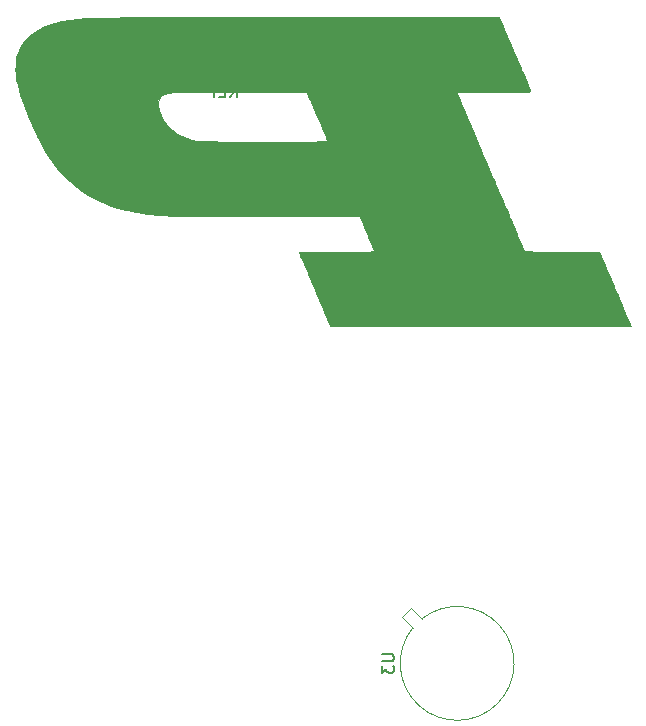
<source format=gbr>
G04 #@! TF.GenerationSoftware,KiCad,Pcbnew,(5.1.2)-1*
G04 #@! TF.CreationDate,2019-09-21T18:25:18-04:00*
G04 #@! TF.ProjectId,VAP_thermal_control,5641505f-7468-4657-926d-616c5f636f6e,rev?*
G04 #@! TF.SameCoordinates,Original*
G04 #@! TF.FileFunction,Legend,Bot*
G04 #@! TF.FilePolarity,Positive*
%FSLAX46Y46*%
G04 Gerber Fmt 4.6, Leading zero omitted, Abs format (unit mm)*
G04 Created by KiCad (PCBNEW (5.1.2)-1) date 2019-09-21 18:25:18*
%MOMM*%
%LPD*%
G04 APERTURE LIST*
%ADD10C,0.010000*%
%ADD11C,0.120000*%
%ADD12C,0.150000*%
G04 APERTURE END LIST*
D10*
G36*
X79352654Y-88548269D02*
G01*
X77724751Y-88548435D01*
X76167515Y-88548851D01*
X74682104Y-88549515D01*
X73269672Y-88550424D01*
X71931373Y-88551575D01*
X70668365Y-88552964D01*
X69481801Y-88554588D01*
X68372837Y-88556446D01*
X67342628Y-88558533D01*
X66392330Y-88560846D01*
X65523098Y-88563384D01*
X64736087Y-88566141D01*
X64032453Y-88569116D01*
X63413350Y-88572306D01*
X62879934Y-88575707D01*
X62433361Y-88579317D01*
X62074785Y-88583132D01*
X61805361Y-88587150D01*
X61626246Y-88591367D01*
X61550026Y-88594789D01*
X60836763Y-88662800D01*
X60142855Y-88761193D01*
X59483816Y-88886758D01*
X58875161Y-89036289D01*
X58332404Y-89206579D01*
X58035432Y-89321329D01*
X57454112Y-89603001D01*
X56954260Y-89925370D01*
X56533172Y-90291099D01*
X56188145Y-90702855D01*
X55916478Y-91163301D01*
X55747114Y-91577423D01*
X55682942Y-91774838D01*
X55638241Y-91940495D01*
X55608715Y-92101591D01*
X55590067Y-92285318D01*
X55578000Y-92518872D01*
X55572477Y-92682873D01*
X55566550Y-92986228D01*
X55571223Y-93230081D01*
X55588759Y-93446916D01*
X55621421Y-93669219D01*
X55652898Y-93837418D01*
X55751113Y-94299854D01*
X55856888Y-94722459D01*
X55979499Y-95137051D01*
X56128225Y-95575448D01*
X56276333Y-95975430D01*
X56656222Y-96938742D01*
X57030221Y-97816603D01*
X57401997Y-98615430D01*
X57775213Y-99341640D01*
X58153536Y-100001650D01*
X58540629Y-100601878D01*
X58940158Y-101148740D01*
X59355788Y-101648653D01*
X59762626Y-102079695D01*
X60337473Y-102615039D01*
X60931163Y-103090954D01*
X61553256Y-103512155D01*
X62213313Y-103883353D01*
X62920894Y-104209262D01*
X63685559Y-104494595D01*
X64516869Y-104744065D01*
X65424385Y-104962384D01*
X65745591Y-105029072D01*
X65966224Y-105072225D01*
X66182282Y-105111942D01*
X66398187Y-105148364D01*
X66618356Y-105181634D01*
X66847209Y-105211894D01*
X67089167Y-105239284D01*
X67348647Y-105263947D01*
X67630071Y-105286024D01*
X67937857Y-105305658D01*
X68276424Y-105322989D01*
X68650193Y-105338161D01*
X69063582Y-105351314D01*
X69521011Y-105362590D01*
X70026900Y-105372132D01*
X70585667Y-105380081D01*
X71201733Y-105386578D01*
X71879517Y-105391766D01*
X72623438Y-105395786D01*
X73437915Y-105398780D01*
X74327369Y-105400889D01*
X75296219Y-105402257D01*
X76348883Y-105403023D01*
X77411889Y-105403322D01*
X84690913Y-105404227D01*
X84785626Y-105623591D01*
X84956076Y-106018610D01*
X85095381Y-106342100D01*
X85209159Y-106607264D01*
X85303030Y-106827304D01*
X85382611Y-107015423D01*
X85453523Y-107184824D01*
X85521382Y-107348709D01*
X85566463Y-107458403D01*
X85657942Y-107677846D01*
X85746335Y-107883500D01*
X85820608Y-108050040D01*
X85864004Y-108141168D01*
X85913423Y-108259222D01*
X85930089Y-108345013D01*
X85926067Y-108361448D01*
X85874512Y-108370609D01*
X85734005Y-108378829D01*
X85507953Y-108386059D01*
X85199764Y-108392252D01*
X84812845Y-108397361D01*
X84350603Y-108401337D01*
X83816446Y-108404134D01*
X83213781Y-108405703D01*
X82734663Y-108406046D01*
X79570822Y-108406046D01*
X79601818Y-108509955D01*
X79634448Y-108598919D01*
X79694292Y-108745152D01*
X79770279Y-108921867D01*
X79797461Y-108983318D01*
X79895206Y-109205814D01*
X80007228Y-109465572D01*
X80112781Y-109714392D01*
X80135380Y-109768409D01*
X80218204Y-109966175D01*
X80325015Y-110219898D01*
X80443574Y-110500572D01*
X80561643Y-110779191D01*
X80593286Y-110853682D01*
X80706743Y-111120867D01*
X80822069Y-111392910D01*
X80927807Y-111642755D01*
X81012498Y-111843342D01*
X81033309Y-111892773D01*
X81092992Y-112033801D01*
X81182609Y-112244410D01*
X81295633Y-112509316D01*
X81425536Y-112813236D01*
X81565793Y-113140888D01*
X81709875Y-113476989D01*
X81713761Y-113486046D01*
X82238823Y-114709864D01*
X94947207Y-114721492D01*
X96024245Y-114722408D01*
X97077030Y-114723168D01*
X98101836Y-114723774D01*
X99094935Y-114724228D01*
X100052600Y-114724532D01*
X100971104Y-114724689D01*
X101846720Y-114724701D01*
X102675720Y-114724569D01*
X103454377Y-114724297D01*
X104178965Y-114723886D01*
X104845756Y-114723338D01*
X105451023Y-114722657D01*
X105991038Y-114721844D01*
X106462075Y-114720901D01*
X106860406Y-114719831D01*
X107182305Y-114718635D01*
X107424043Y-114717317D01*
X107581895Y-114715878D01*
X107652132Y-114714321D01*
X107655591Y-114713873D01*
X107637343Y-114661113D01*
X107582562Y-114524275D01*
X107491195Y-114303230D01*
X107363188Y-113997849D01*
X107198487Y-113608003D01*
X107009463Y-113162773D01*
X106893461Y-112889959D01*
X106773149Y-112606880D01*
X106660857Y-112342556D01*
X106568915Y-112126007D01*
X106548333Y-112077500D01*
X106464319Y-111879795D01*
X106356327Y-111626154D01*
X106236707Y-111345561D01*
X106117809Y-111066998D01*
X106085865Y-110992227D01*
X105960352Y-110698400D01*
X105821864Y-110374029D01*
X105686054Y-110055789D01*
X105568577Y-109780352D01*
X105553641Y-109745318D01*
X105444631Y-109489793D01*
X105331410Y-109224738D01*
X105227596Y-108982013D01*
X105149000Y-108798591D01*
X104990436Y-108429136D01*
X101824117Y-108406046D01*
X101291864Y-108401838D01*
X100787052Y-108397215D01*
X100317218Y-108392286D01*
X99889899Y-108387159D01*
X99512632Y-108381944D01*
X99192956Y-108376751D01*
X98938407Y-108371688D01*
X98756523Y-108366864D01*
X98654841Y-108362389D01*
X98635406Y-108359864D01*
X98609070Y-108309538D01*
X98557231Y-108194005D01*
X98488923Y-108033720D01*
X98451843Y-107944227D01*
X98373800Y-107755987D01*
X98271077Y-107510846D01*
X98155447Y-107236773D01*
X98038684Y-106961732D01*
X98004695Y-106882046D01*
X97879365Y-106588236D01*
X97741242Y-106263884D01*
X97605928Y-105945658D01*
X97489024Y-105670224D01*
X97474155Y-105635136D01*
X97361322Y-105369216D01*
X97227745Y-105055048D01*
X97089027Y-104729295D01*
X96960769Y-104428622D01*
X96943516Y-104388227D01*
X96816724Y-104091195D01*
X96675750Y-103760537D01*
X96536735Y-103434138D01*
X96415822Y-103149884D01*
X96402371Y-103118227D01*
X96286933Y-102846906D01*
X96162458Y-102554982D01*
X96044099Y-102277961D01*
X95949027Y-102056046D01*
X95862443Y-101854044D01*
X95765022Y-101626079D01*
X95652564Y-101362277D01*
X95520868Y-101052766D01*
X95365732Y-100687671D01*
X95182955Y-100257119D01*
X94971545Y-99758803D01*
X94746671Y-99228714D01*
X94653376Y-99008888D01*
X81964662Y-99008888D01*
X81954329Y-99019943D01*
X81928393Y-99029742D01*
X81881929Y-99038359D01*
X81810009Y-99045870D01*
X81707708Y-99052350D01*
X81570099Y-99057873D01*
X81392256Y-99062516D01*
X81169252Y-99066352D01*
X80896160Y-99069458D01*
X80568054Y-99071909D01*
X80180009Y-99073779D01*
X79727096Y-99075144D01*
X79204391Y-99076079D01*
X78606966Y-99076659D01*
X77929895Y-99076959D01*
X77168251Y-99077055D01*
X76684523Y-99077046D01*
X75844967Y-99076841D01*
X75092669Y-99076277D01*
X74422521Y-99075294D01*
X73829418Y-99073832D01*
X73308253Y-99071830D01*
X72853920Y-99069229D01*
X72461314Y-99065970D01*
X72125327Y-99061990D01*
X71840854Y-99057232D01*
X71602788Y-99051634D01*
X71406024Y-99045136D01*
X71245455Y-99037679D01*
X71115974Y-99029203D01*
X71012477Y-99019646D01*
X70932919Y-99009415D01*
X70476926Y-98921111D01*
X70065691Y-98795503D01*
X69654570Y-98618498D01*
X69583802Y-98583451D01*
X69142796Y-98320249D01*
X68740792Y-97999119D01*
X68386690Y-97631923D01*
X68089391Y-97230522D01*
X67857795Y-96806779D01*
X67700803Y-96372556D01*
X67630444Y-95980213D01*
X67631132Y-95689241D01*
X67693645Y-95459540D01*
X67823458Y-95279201D01*
X68015807Y-95141821D01*
X68085662Y-95103265D01*
X68149492Y-95068606D01*
X68212324Y-95037634D01*
X68279189Y-95010145D01*
X68355117Y-94985930D01*
X68445136Y-94964781D01*
X68554276Y-94946493D01*
X68687566Y-94930858D01*
X68850037Y-94917669D01*
X69046717Y-94906718D01*
X69282636Y-94897798D01*
X69562824Y-94890703D01*
X69892309Y-94885225D01*
X70276122Y-94881156D01*
X70719292Y-94878291D01*
X71226848Y-94876421D01*
X71803820Y-94875339D01*
X72455237Y-94874839D01*
X73186129Y-94874713D01*
X74001525Y-94874754D01*
X74499336Y-94874773D01*
X80208766Y-94874773D01*
X80268362Y-95001773D01*
X80308292Y-95091225D01*
X80375096Y-95245511D01*
X80460021Y-95444246D01*
X80554318Y-95667046D01*
X80570733Y-95706046D01*
X80925195Y-96545052D01*
X81310949Y-97450928D01*
X81631858Y-98199864D01*
X81735733Y-98442968D01*
X81827676Y-98660603D01*
X81901025Y-98836806D01*
X81949118Y-98955612D01*
X81964320Y-98996500D01*
X81964662Y-99008888D01*
X94653376Y-99008888D01*
X94552940Y-98772239D01*
X94385489Y-98377934D01*
X94239456Y-98034358D01*
X94109976Y-97730067D01*
X93992187Y-97453618D01*
X93906657Y-97253136D01*
X93783801Y-96964652D01*
X93645509Y-96638857D01*
X93509804Y-96318262D01*
X93407383Y-96075500D01*
X93304849Y-95833398D01*
X93202872Y-95595164D01*
X93112934Y-95387469D01*
X93046516Y-95236984D01*
X93043985Y-95231365D01*
X92981124Y-95085384D01*
X92937560Y-94971512D01*
X92923591Y-94919638D01*
X92969333Y-94910141D01*
X93104810Y-94901687D01*
X93327397Y-94894314D01*
X93634472Y-94888060D01*
X94023410Y-94882963D01*
X94491588Y-94879060D01*
X95036383Y-94876389D01*
X95655171Y-94874988D01*
X96040864Y-94874773D01*
X96668373Y-94874505D01*
X97209392Y-94873625D01*
X97669793Y-94872017D01*
X98055450Y-94869564D01*
X98372233Y-94866150D01*
X98626016Y-94861660D01*
X98822671Y-94855977D01*
X98968070Y-94848984D01*
X99068086Y-94840567D01*
X99128591Y-94830608D01*
X99155457Y-94818992D01*
X99158137Y-94813137D01*
X99146960Y-94761580D01*
X99111917Y-94659367D01*
X99050744Y-94500934D01*
X98961174Y-94280714D01*
X98840940Y-93993141D01*
X98687777Y-93632651D01*
X98499418Y-93193677D01*
X98487519Y-93166046D01*
X98369448Y-92890721D01*
X98249921Y-92609889D01*
X98139930Y-92349519D01*
X98050467Y-92135577D01*
X98018323Y-92057682D01*
X97921790Y-91825348D01*
X97814531Y-91572140D01*
X97717537Y-91347544D01*
X97704903Y-91318773D01*
X97635428Y-91159389D01*
X97539583Y-90937227D01*
X97426942Y-90674594D01*
X97307077Y-90393794D01*
X97219311Y-90187318D01*
X97096812Y-89899103D01*
X96971215Y-89604569D01*
X96853137Y-89328549D01*
X96753196Y-89095874D01*
X96700995Y-88975046D01*
X96515717Y-88547864D01*
X79352654Y-88548269D01*
X79352654Y-88548269D01*
G37*
X79352654Y-88548269D02*
X77724751Y-88548435D01*
X76167515Y-88548851D01*
X74682104Y-88549515D01*
X73269672Y-88550424D01*
X71931373Y-88551575D01*
X70668365Y-88552964D01*
X69481801Y-88554588D01*
X68372837Y-88556446D01*
X67342628Y-88558533D01*
X66392330Y-88560846D01*
X65523098Y-88563384D01*
X64736087Y-88566141D01*
X64032453Y-88569116D01*
X63413350Y-88572306D01*
X62879934Y-88575707D01*
X62433361Y-88579317D01*
X62074785Y-88583132D01*
X61805361Y-88587150D01*
X61626246Y-88591367D01*
X61550026Y-88594789D01*
X60836763Y-88662800D01*
X60142855Y-88761193D01*
X59483816Y-88886758D01*
X58875161Y-89036289D01*
X58332404Y-89206579D01*
X58035432Y-89321329D01*
X57454112Y-89603001D01*
X56954260Y-89925370D01*
X56533172Y-90291099D01*
X56188145Y-90702855D01*
X55916478Y-91163301D01*
X55747114Y-91577423D01*
X55682942Y-91774838D01*
X55638241Y-91940495D01*
X55608715Y-92101591D01*
X55590067Y-92285318D01*
X55578000Y-92518872D01*
X55572477Y-92682873D01*
X55566550Y-92986228D01*
X55571223Y-93230081D01*
X55588759Y-93446916D01*
X55621421Y-93669219D01*
X55652898Y-93837418D01*
X55751113Y-94299854D01*
X55856888Y-94722459D01*
X55979499Y-95137051D01*
X56128225Y-95575448D01*
X56276333Y-95975430D01*
X56656222Y-96938742D01*
X57030221Y-97816603D01*
X57401997Y-98615430D01*
X57775213Y-99341640D01*
X58153536Y-100001650D01*
X58540629Y-100601878D01*
X58940158Y-101148740D01*
X59355788Y-101648653D01*
X59762626Y-102079695D01*
X60337473Y-102615039D01*
X60931163Y-103090954D01*
X61553256Y-103512155D01*
X62213313Y-103883353D01*
X62920894Y-104209262D01*
X63685559Y-104494595D01*
X64516869Y-104744065D01*
X65424385Y-104962384D01*
X65745591Y-105029072D01*
X65966224Y-105072225D01*
X66182282Y-105111942D01*
X66398187Y-105148364D01*
X66618356Y-105181634D01*
X66847209Y-105211894D01*
X67089167Y-105239284D01*
X67348647Y-105263947D01*
X67630071Y-105286024D01*
X67937857Y-105305658D01*
X68276424Y-105322989D01*
X68650193Y-105338161D01*
X69063582Y-105351314D01*
X69521011Y-105362590D01*
X70026900Y-105372132D01*
X70585667Y-105380081D01*
X71201733Y-105386578D01*
X71879517Y-105391766D01*
X72623438Y-105395786D01*
X73437915Y-105398780D01*
X74327369Y-105400889D01*
X75296219Y-105402257D01*
X76348883Y-105403023D01*
X77411889Y-105403322D01*
X84690913Y-105404227D01*
X84785626Y-105623591D01*
X84956076Y-106018610D01*
X85095381Y-106342100D01*
X85209159Y-106607264D01*
X85303030Y-106827304D01*
X85382611Y-107015423D01*
X85453523Y-107184824D01*
X85521382Y-107348709D01*
X85566463Y-107458403D01*
X85657942Y-107677846D01*
X85746335Y-107883500D01*
X85820608Y-108050040D01*
X85864004Y-108141168D01*
X85913423Y-108259222D01*
X85930089Y-108345013D01*
X85926067Y-108361448D01*
X85874512Y-108370609D01*
X85734005Y-108378829D01*
X85507953Y-108386059D01*
X85199764Y-108392252D01*
X84812845Y-108397361D01*
X84350603Y-108401337D01*
X83816446Y-108404134D01*
X83213781Y-108405703D01*
X82734663Y-108406046D01*
X79570822Y-108406046D01*
X79601818Y-108509955D01*
X79634448Y-108598919D01*
X79694292Y-108745152D01*
X79770279Y-108921867D01*
X79797461Y-108983318D01*
X79895206Y-109205814D01*
X80007228Y-109465572D01*
X80112781Y-109714392D01*
X80135380Y-109768409D01*
X80218204Y-109966175D01*
X80325015Y-110219898D01*
X80443574Y-110500572D01*
X80561643Y-110779191D01*
X80593286Y-110853682D01*
X80706743Y-111120867D01*
X80822069Y-111392910D01*
X80927807Y-111642755D01*
X81012498Y-111843342D01*
X81033309Y-111892773D01*
X81092992Y-112033801D01*
X81182609Y-112244410D01*
X81295633Y-112509316D01*
X81425536Y-112813236D01*
X81565793Y-113140888D01*
X81709875Y-113476989D01*
X81713761Y-113486046D01*
X82238823Y-114709864D01*
X94947207Y-114721492D01*
X96024245Y-114722408D01*
X97077030Y-114723168D01*
X98101836Y-114723774D01*
X99094935Y-114724228D01*
X100052600Y-114724532D01*
X100971104Y-114724689D01*
X101846720Y-114724701D01*
X102675720Y-114724569D01*
X103454377Y-114724297D01*
X104178965Y-114723886D01*
X104845756Y-114723338D01*
X105451023Y-114722657D01*
X105991038Y-114721844D01*
X106462075Y-114720901D01*
X106860406Y-114719831D01*
X107182305Y-114718635D01*
X107424043Y-114717317D01*
X107581895Y-114715878D01*
X107652132Y-114714321D01*
X107655591Y-114713873D01*
X107637343Y-114661113D01*
X107582562Y-114524275D01*
X107491195Y-114303230D01*
X107363188Y-113997849D01*
X107198487Y-113608003D01*
X107009463Y-113162773D01*
X106893461Y-112889959D01*
X106773149Y-112606880D01*
X106660857Y-112342556D01*
X106568915Y-112126007D01*
X106548333Y-112077500D01*
X106464319Y-111879795D01*
X106356327Y-111626154D01*
X106236707Y-111345561D01*
X106117809Y-111066998D01*
X106085865Y-110992227D01*
X105960352Y-110698400D01*
X105821864Y-110374029D01*
X105686054Y-110055789D01*
X105568577Y-109780352D01*
X105553641Y-109745318D01*
X105444631Y-109489793D01*
X105331410Y-109224738D01*
X105227596Y-108982013D01*
X105149000Y-108798591D01*
X104990436Y-108429136D01*
X101824117Y-108406046D01*
X101291864Y-108401838D01*
X100787052Y-108397215D01*
X100317218Y-108392286D01*
X99889899Y-108387159D01*
X99512632Y-108381944D01*
X99192956Y-108376751D01*
X98938407Y-108371688D01*
X98756523Y-108366864D01*
X98654841Y-108362389D01*
X98635406Y-108359864D01*
X98609070Y-108309538D01*
X98557231Y-108194005D01*
X98488923Y-108033720D01*
X98451843Y-107944227D01*
X98373800Y-107755987D01*
X98271077Y-107510846D01*
X98155447Y-107236773D01*
X98038684Y-106961732D01*
X98004695Y-106882046D01*
X97879365Y-106588236D01*
X97741242Y-106263884D01*
X97605928Y-105945658D01*
X97489024Y-105670224D01*
X97474155Y-105635136D01*
X97361322Y-105369216D01*
X97227745Y-105055048D01*
X97089027Y-104729295D01*
X96960769Y-104428622D01*
X96943516Y-104388227D01*
X96816724Y-104091195D01*
X96675750Y-103760537D01*
X96536735Y-103434138D01*
X96415822Y-103149884D01*
X96402371Y-103118227D01*
X96286933Y-102846906D01*
X96162458Y-102554982D01*
X96044099Y-102277961D01*
X95949027Y-102056046D01*
X95862443Y-101854044D01*
X95765022Y-101626079D01*
X95652564Y-101362277D01*
X95520868Y-101052766D01*
X95365732Y-100687671D01*
X95182955Y-100257119D01*
X94971545Y-99758803D01*
X94746671Y-99228714D01*
X94653376Y-99008888D01*
X81964662Y-99008888D01*
X81954329Y-99019943D01*
X81928393Y-99029742D01*
X81881929Y-99038359D01*
X81810009Y-99045870D01*
X81707708Y-99052350D01*
X81570099Y-99057873D01*
X81392256Y-99062516D01*
X81169252Y-99066352D01*
X80896160Y-99069458D01*
X80568054Y-99071909D01*
X80180009Y-99073779D01*
X79727096Y-99075144D01*
X79204391Y-99076079D01*
X78606966Y-99076659D01*
X77929895Y-99076959D01*
X77168251Y-99077055D01*
X76684523Y-99077046D01*
X75844967Y-99076841D01*
X75092669Y-99076277D01*
X74422521Y-99075294D01*
X73829418Y-99073832D01*
X73308253Y-99071830D01*
X72853920Y-99069229D01*
X72461314Y-99065970D01*
X72125327Y-99061990D01*
X71840854Y-99057232D01*
X71602788Y-99051634D01*
X71406024Y-99045136D01*
X71245455Y-99037679D01*
X71115974Y-99029203D01*
X71012477Y-99019646D01*
X70932919Y-99009415D01*
X70476926Y-98921111D01*
X70065691Y-98795503D01*
X69654570Y-98618498D01*
X69583802Y-98583451D01*
X69142796Y-98320249D01*
X68740792Y-97999119D01*
X68386690Y-97631923D01*
X68089391Y-97230522D01*
X67857795Y-96806779D01*
X67700803Y-96372556D01*
X67630444Y-95980213D01*
X67631132Y-95689241D01*
X67693645Y-95459540D01*
X67823458Y-95279201D01*
X68015807Y-95141821D01*
X68085662Y-95103265D01*
X68149492Y-95068606D01*
X68212324Y-95037634D01*
X68279189Y-95010145D01*
X68355117Y-94985930D01*
X68445136Y-94964781D01*
X68554276Y-94946493D01*
X68687566Y-94930858D01*
X68850037Y-94917669D01*
X69046717Y-94906718D01*
X69282636Y-94897798D01*
X69562824Y-94890703D01*
X69892309Y-94885225D01*
X70276122Y-94881156D01*
X70719292Y-94878291D01*
X71226848Y-94876421D01*
X71803820Y-94875339D01*
X72455237Y-94874839D01*
X73186129Y-94874713D01*
X74001525Y-94874754D01*
X74499336Y-94874773D01*
X80208766Y-94874773D01*
X80268362Y-95001773D01*
X80308292Y-95091225D01*
X80375096Y-95245511D01*
X80460021Y-95444246D01*
X80554318Y-95667046D01*
X80570733Y-95706046D01*
X80925195Y-96545052D01*
X81310949Y-97450928D01*
X81631858Y-98199864D01*
X81735733Y-98442968D01*
X81827676Y-98660603D01*
X81901025Y-98836806D01*
X81949118Y-98955612D01*
X81964320Y-98996500D01*
X81964662Y-99008888D01*
X94653376Y-99008888D01*
X94552940Y-98772239D01*
X94385489Y-98377934D01*
X94239456Y-98034358D01*
X94109976Y-97730067D01*
X93992187Y-97453618D01*
X93906657Y-97253136D01*
X93783801Y-96964652D01*
X93645509Y-96638857D01*
X93509804Y-96318262D01*
X93407383Y-96075500D01*
X93304849Y-95833398D01*
X93202872Y-95595164D01*
X93112934Y-95387469D01*
X93046516Y-95236984D01*
X93043985Y-95231365D01*
X92981124Y-95085384D01*
X92937560Y-94971512D01*
X92923591Y-94919638D01*
X92969333Y-94910141D01*
X93104810Y-94901687D01*
X93327397Y-94894314D01*
X93634472Y-94888060D01*
X94023410Y-94882963D01*
X94491588Y-94879060D01*
X95036383Y-94876389D01*
X95655171Y-94874988D01*
X96040864Y-94874773D01*
X96668373Y-94874505D01*
X97209392Y-94873625D01*
X97669793Y-94872017D01*
X98055450Y-94869564D01*
X98372233Y-94866150D01*
X98626016Y-94861660D01*
X98822671Y-94855977D01*
X98968070Y-94848984D01*
X99068086Y-94840567D01*
X99128591Y-94830608D01*
X99155457Y-94818992D01*
X99158137Y-94813137D01*
X99146960Y-94761580D01*
X99111917Y-94659367D01*
X99050744Y-94500934D01*
X98961174Y-94280714D01*
X98840940Y-93993141D01*
X98687777Y-93632651D01*
X98499418Y-93193677D01*
X98487519Y-93166046D01*
X98369448Y-92890721D01*
X98249921Y-92609889D01*
X98139930Y-92349519D01*
X98050467Y-92135577D01*
X98018323Y-92057682D01*
X97921790Y-91825348D01*
X97814531Y-91572140D01*
X97717537Y-91347544D01*
X97704903Y-91318773D01*
X97635428Y-91159389D01*
X97539583Y-90937227D01*
X97426942Y-90674594D01*
X97307077Y-90393794D01*
X97219311Y-90187318D01*
X97096812Y-89899103D01*
X96971215Y-89604569D01*
X96853137Y-89328549D01*
X96753196Y-89095874D01*
X96700995Y-88975046D01*
X96515717Y-88547864D01*
X79352654Y-88548269D01*
D11*
X89966629Y-139481326D02*
G75*
G02X89189098Y-140258916I2997371J-3774674D01*
G01*
X89075961Y-138590144D02*
X89966916Y-139481098D01*
X88298144Y-139367961D02*
X89075961Y-138590144D01*
X89189098Y-140258916D02*
X88298144Y-139367961D01*
D12*
X73723333Y-95322380D02*
X74056666Y-94846190D01*
X74294761Y-95322380D02*
X74294761Y-94322380D01*
X73913809Y-94322380D01*
X73818571Y-94370000D01*
X73770952Y-94417619D01*
X73723333Y-94512857D01*
X73723333Y-94655714D01*
X73770952Y-94750952D01*
X73818571Y-94798571D01*
X73913809Y-94846190D01*
X74294761Y-94846190D01*
X73294761Y-94798571D02*
X72961428Y-94798571D01*
X72818571Y-95322380D02*
X73294761Y-95322380D01*
X73294761Y-94322380D01*
X72818571Y-94322380D01*
X72056666Y-94798571D02*
X72390000Y-94798571D01*
X72390000Y-95322380D02*
X72390000Y-94322380D01*
X71913809Y-94322380D01*
X71390000Y-94322380D02*
X71390000Y-94560476D01*
X71628095Y-94465238D02*
X71390000Y-94560476D01*
X71151904Y-94465238D01*
X71532857Y-94750952D02*
X71390000Y-94560476D01*
X71247142Y-94750952D01*
X70628095Y-94322380D02*
X70628095Y-94560476D01*
X70866190Y-94465238D02*
X70628095Y-94560476D01*
X70390000Y-94465238D01*
X70770952Y-94750952D02*
X70628095Y-94560476D01*
X70485238Y-94750952D01*
X86596380Y-142494095D02*
X87405904Y-142494095D01*
X87501142Y-142541714D01*
X87548761Y-142589333D01*
X87596380Y-142684571D01*
X87596380Y-142875047D01*
X87548761Y-142970285D01*
X87501142Y-143017904D01*
X87405904Y-143065523D01*
X86596380Y-143065523D01*
X86596380Y-143446476D02*
X86596380Y-144065523D01*
X86977333Y-143732190D01*
X86977333Y-143875047D01*
X87024952Y-143970285D01*
X87072571Y-144017904D01*
X87167809Y-144065523D01*
X87405904Y-144065523D01*
X87501142Y-144017904D01*
X87548761Y-143970285D01*
X87596380Y-143875047D01*
X87596380Y-143589333D01*
X87548761Y-143494095D01*
X87501142Y-143446476D01*
M02*

</source>
